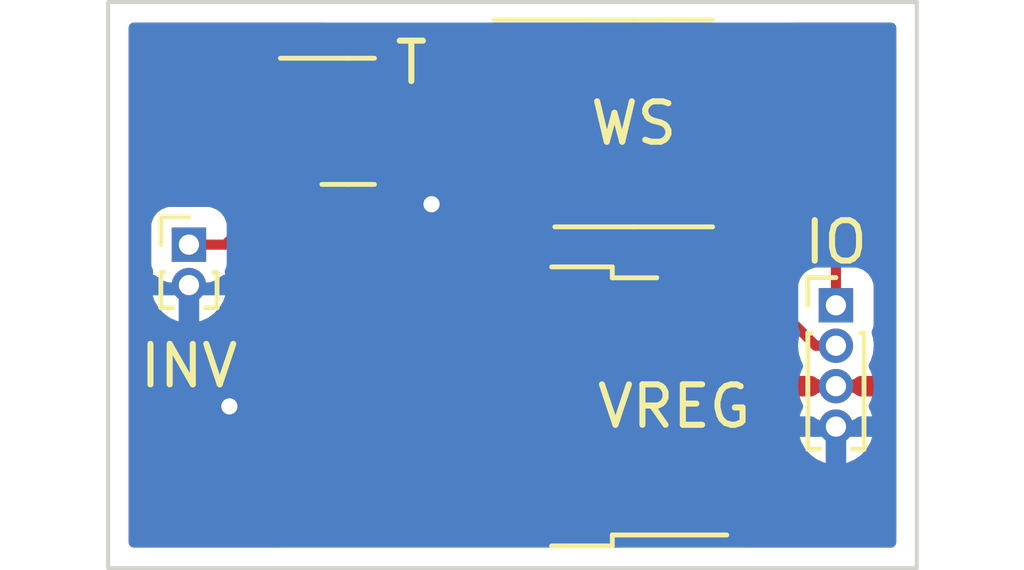
<source format=kicad_pcb>
(kicad_pcb (version 20211014) (generator pcbnew)
  (layers (0 "F.Cu" signal) (31 "B.Cu" signal) (34 "B.Paste" user) (35 "F.Paste" user) (36 "B.SilkS" user "B.Silkscreen") (37 "F.SilkS" user "F.Silkscreen") (38 "B.Mask" user) (39 "F.Mask" user) (44 "Edge.Cuts" user))
  (net 0 "")
  (net 1 "Net-(J1-Pad1)")
  (net 2 "GND")
  (net 3 "Net-(Q1-Pad1)")
  (net 4 "+12V")
  (net 5 "Net-(U1-Pad3)")
  (net 9 "Net-(U2-Pad5)")
  (net 10 "Net-(U2-Pad6)")
  (footprint "Package_SO:SOP-8_3.9x4.9mm_P1.27mm" (layer "F.Cu") (at 120 132)
    (fp_text reference "WS" (at 0 0) (layer "F.SilkS"))
    (fp_text value "WS2811")
    (fp_line (start 0 -2.56) (end -3.45 -2.56) (layer "F.SilkS") (width 0.12))
    (fp_line (start 0 2.56) (end -1.95 2.56) (layer "F.SilkS") (width 0.12))
    (fp_line (start 0 2.56) (end 1.95 2.56) (layer "F.SilkS") (width 0.12))
    (fp_line (start 0 -2.56) (end 1.95 -2.56) (layer "F.SilkS") (width 0.12))
    (pad "1" smd roundrect (at -2.625 -1.905) (size 1.65 0.6) (layers "F.Cu" "F.Paste" "F.Mask") (net 3 "Net-(Q1-Pad1)"))
    (pad "2" smd roundrect (at -2.625 -0.635) (size 1.65 0.6) (layers "F.Cu" "F.Paste" "F.Mask"))
    (pad "3" smd roundrect (at -2.625 0.635) (size 1.65 0.6) (layers "F.Cu" "F.Paste" "F.Mask"))
    (pad "4" smd roundrect (at -2.625 1.905) (size 1.65 0.6) (layers "F.Cu" "F.Paste" "F.Mask") (net 2 "GND"))
    (pad "5" smd roundrect (at 2.625 1.905) (size 1.65 0.6) (layers "F.Cu" "F.Paste" "F.Mask") (net 9 "Net-(U2-Pad5)"))
    (pad "6" smd roundrect (at 2.625 0.635) (size 1.65 0.6) (layers "F.Cu" "F.Paste" "F.Mask") (net 10 "Net-(U2-Pad6)"))
    (pad "7" smd roundrect (at 2.625 -0.635) (size 1.65 0.6) (layers "F.Cu" "F.Paste" "F.Mask"))
    (pad "8" smd roundrect (at 2.625 -1.905) (size 1.65 0.6) (layers "F.Cu" "F.Paste" "F.Mask") (net 5 "Net-(U1-Pad3)"))
  )
  (footprint "Package_TO_SOT_SMD:SOT-23" (layer "F.Cu") (at 112.9375 131.95)
    (fp_text reference "T" (at 1.5625 -1.45) (layer "F.SilkS"))
    (fp_text value "BC857")
    (fp_line (start 0 -1.56) (end -1.675 -1.56) (layer "F.SilkS") (width 0.12))
    (fp_line (start 0 -1.56) (end 0.65 -1.56) (layer "F.SilkS") (width 0.12))
    (fp_line (start 0 1.56) (end -0.65 1.56) (layer "F.SilkS") (width 0.12))
    (fp_line (start 0 1.56) (end 0.65 1.56) (layer "F.SilkS") (width 0.12))
    (pad "1" smd roundrect (at -0.9375 -0.95) (size 1.475 0.6) (layers "F.Cu" "F.Paste" "F.Mask") (net 3 "Net-(Q1-Pad1)"))
    (pad "2" smd roundrect (at -0.9375 0.95) (size 1.475 0.6) (layers "F.Cu" "F.Paste" "F.Mask") (net 1 "Net-(J1-Pad1)"))
    (pad "3" smd roundrect (at 0.9375 0) (size 1.475 0.6) (layers "F.Cu" "F.Paste" "F.Mask") (net 4 "+12V"))
  )
  (footprint "Connector_PinHeader_1.00mm:PinHeader_1x02_P1.00mm_Vertical" (layer "F.Cu") (at 109 135)
    (fp_text reference "INV" (at 0 3) (layer "F.SilkS"))
    (fp_text value "Conn_01x02")
    (fp_line (start -0.695 0) (end -0.695 -0.685) (layer "F.SilkS") (width 0.12))
    (fp_line (start -0.695 0.685) (end -0.695 1.56) (layer "F.SilkS") (width 0.12))
    (fp_line (start -0.695 1.56) (end -0.394493 1.56) (layer "F.SilkS") (width 0.12))
    (fp_line (start -0.695 0.685) (end -0.608276 0.685) (layer "F.SilkS") (width 0.12))
    (fp_line (start -0.695 -0.685) (end 0 -0.685) (layer "F.SilkS") (width 0.12))
    (fp_line (start 0.394493 1.56) (end 0.695 1.56) (layer "F.SilkS") (width 0.12))
    (fp_line (start 0.608276 0.685) (end 0.695 0.685) (layer "F.SilkS") (width 0.12))
    (fp_line (start 0.695 0.685) (end 0.695 1.56) (layer "F.SilkS") (width 0.12))
    (pad "1" thru_hole rect (at 0 0) (size 0.85 0.85) (drill 0.5) (layers *.Cu *.Mask) (net 1 "Net-(J1-Pad1)"))
    (pad "2" thru_hole oval (at 0 1) (size 0.85 0.85) (drill 0.5) (layers *.Cu *.Mask) (net 2 "GND"))
  )
  (footprint "Package_TO_SOT_SMD:TO-252-2" (layer "F.Cu") (at 117 139 180)
    (fp_text reference "VREG" (at -4 0) (layer "F.SilkS"))
    (fp_text value "MC78M05_TO252")
    (fp_line (start -0.97 3.45) (end -2.47 3.45) (layer "F.SilkS") (width 0.12))
    (fp_line (start -2.47 3.45) (end -2.47 3.18) (layer "F.SilkS") (width 0.12))
    (fp_line (start -2.47 3.18) (end -3.57 3.18) (layer "F.SilkS") (width 0.12))
    (fp_line (start -2.47 -3.18) (end -5.3 -3.18) (layer "F.SilkS") (width 0.12))
    (fp_line (start -2.47 -3.45) (end -2.47 -3.18) (layer "F.SilkS") (width 0.12))
    (fp_line (start -0.97 -3.45) (end -2.47 -3.45) (layer "F.SilkS") (width 0.12))
    (pad "1" smd rect (at -4.2 -2.28 180) (size 2.2 1.2) (layers "F.Cu" "F.Paste" "F.Mask") (net 4 "+12V"))
    (pad "2" smd rect (at 2.1 0 180) (size 6.4 5.8) (layers "F.Cu" "F.Mask") (net 2 "GND"))
    (pad "3" smd rect (at -4.2 2.28 180) (size 2.2 1.2) (layers "F.Cu" "F.Paste" "F.Mask") (net 5 "Net-(U1-Pad3)"))
  )
  (footprint "Connector_PinHeader_1.00mm:PinHeader_1x04_P1.00mm_Vertical" (layer "F.Cu") (at 125 136.5)
    (fp_text reference "IO" (at 0 -1.56) (layer "F.SilkS"))
    (fp_text value "Conn_01x04")
    (fp_line (start 0.608276 0.685) (end 0.695 0.685) (layer "F.SilkS") (width 0.12))
    (fp_line (start 0.695 0.685) (end 0.695 3.56) (layer "F.SilkS") (width 0.12))
    (fp_line (start -0.695 3.56) (end -0.394493 3.56) (layer "F.SilkS") (width 0.12))
    (fp_line (start 0.394493 3.56) (end 0.695 3.56) (layer "F.SilkS") (width 0.12))
    (fp_line (start -0.695 0) (end -0.695 -0.685) (layer "F.SilkS") (width 0.12))
    (fp_line (start -0.695 0.685) (end -0.608276 0.685) (layer "F.SilkS") (width 0.12))
    (fp_line (start -0.695 -0.685) (end 0 -0.685) (layer "F.SilkS") (width 0.12))
    (fp_line (start -0.695 0.685) (end -0.695 3.56) (layer "F.SilkS") (width 0.12))
    (pad "1" thru_hole rect (at 0 0) (size 0.85 0.85) (drill 0.5) (layers *.Cu *.Mask) (net 10 "Net-(U2-Pad6)"))
    (pad "2" thru_hole oval (at 0 1) (size 0.85 0.85) (drill 0.5) (layers *.Cu *.Mask) (net 9 "Net-(U2-Pad5)"))
    (pad "3" thru_hole oval (at 0 2) (size 0.85 0.85) (drill 0.5) (layers *.Cu *.Mask) (net 4 "+12V"))
    (pad "4" thru_hole oval (at 0 3) (size 0.85 0.85) (drill 0.5) (layers *.Cu *.Mask) (net 2 "GND"))
  )
  (gr_rect (start 107 129) (end 127 143) (layer "Edge.Cuts") (width 0.1) (fill none))
  (segment (start 109.9 135) (end 109 135) (width 0.25) (layer "F.Cu") (net 1))
  (segment (start 112 132.9) (end 109.9 135) (width 0.25) (layer "F.Cu") (net 1))
  (segment (start 117.375 133.905) (end 115.095 133.905) (width 0.25) (layer "F.Cu") (net 2))
  (segment (start 110 139) (end 114.9 139) (width 0.25) (layer "F.Cu") (net 2))
  (segment (start 115.095 133.905) (end 115 134) (width 0.25) (layer "F.Cu") (net 2))
  (via (at 110 139) (size 0.8) (drill 0.4) (layers "F.Cu" "B.Cu") (net 2))
  (via (at 115 134) (size 0.8) (drill 0.4) (layers "F.Cu" "B.Cu") (net 2))
  (segment (start 112.905 130.095) (end 117.375 130.095) (width 0.25) (layer "F.Cu") (net 3))
  (segment (start 112 131) (end 112.905 130.095) (width 0.25) (layer "F.Cu") (net 3))
  (segment (start 121 130.5) (end 121.5 130) (width 0.25) (layer "F.Cu") (net 5))
  (segment (start 121.5 130) (end 122.53 130) (width 0.25) (layer "F.Cu") (net 5))
  (segment (start 121.2 136.72) (end 121.2 135.2) (width 0.25) (layer "F.Cu") (net 5))
  (segment (start 121.2 135.2) (end 121 135) (width 0.25) (layer "F.Cu") (net 5))
  (segment (start 121 135) (end 121 130.5) (width 0.25) (layer "F.Cu") (net 5))
  (segment (start 122.625 133.905) (end 122.625 135.624022) (width 0.25) (layer "F.Cu") (net 9))
  (segment (start 124.500978 137.5) (end 125 137.5) (width 0.25) (layer "F.Cu") (net 9))
  (segment (start 122.625 135.624022) (end 124.500978 137.5) (width 0.25) (layer "F.Cu") (net 9))
  (segment (start 125 136.5) (end 125 134.783928) (width 0.25) (layer "F.Cu") (net 10))
  (segment (start 125 134.783928) (end 122.851072 132.635) (width 0.25) (layer "F.Cu") (net 10))
  (segment (start 122.851072 132.635) (end 122.625 132.635) (width 0.25) (layer "F.Cu") (net 10))
  (zone (net 4) (net_name "+12V") (layer "F.Cu") (connect_pads (clearance 0.508)) (min_thickness 0.254) (fill yes (thermal_gap 0.508) (thermal_bridge_width 0.508))
    (polygon (pts (xy 126.5 142.5) (xy 107.5 142.5) (xy 107.5 129.5) (xy 126.5 129.5)))
  )
  (zone (net 2) (net_name "GND") (layer "B.Cu") (connect_pads (clearance 0.508)) (min_thickness 0.254) (fill yes (thermal_gap 0.508) (thermal_bridge_width 0.508))
    (polygon (pts (xy 126.5 142.5) (xy 107.5 142.5) (xy 107.5 129.5) (xy 126.5 129.5)))
  )
)
</source>
